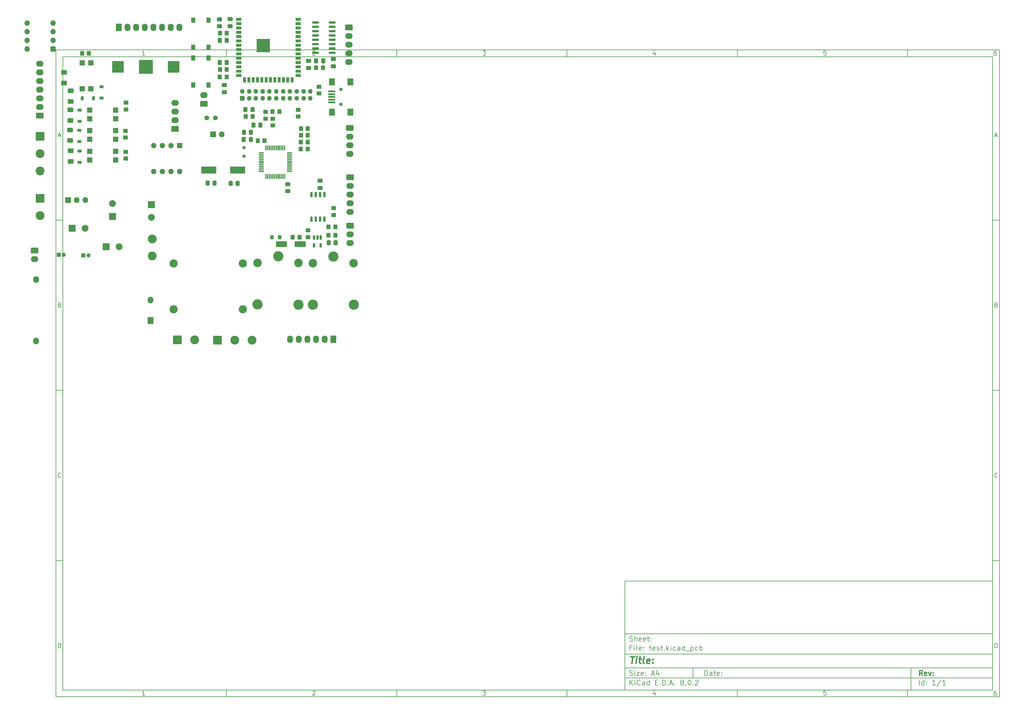
<source format=gbr>
%TF.GenerationSoftware,KiCad,Pcbnew,8.0.2-8.0.2-0~ubuntu22.04.1*%
%TF.CreationDate,2024-05-24T20:00:57+03:30*%
%TF.ProjectId,test,74657374-2e6b-4696-9361-645f70636258,rev?*%
%TF.SameCoordinates,Original*%
%TF.FileFunction,Soldermask,Top*%
%TF.FilePolarity,Negative*%
%FSLAX46Y46*%
G04 Gerber Fmt 4.6, Leading zero omitted, Abs format (unit mm)*
G04 Created by KiCad (PCBNEW 8.0.2-8.0.2-0~ubuntu22.04.1) date 2024-05-24 20:00:57*
%MOMM*%
%LPD*%
G01*
G04 APERTURE LIST*
G04 Aperture macros list*
%AMRoundRect*
0 Rectangle with rounded corners*
0 $1 Rounding radius*
0 $2 $3 $4 $5 $6 $7 $8 $9 X,Y pos of 4 corners*
0 Add a 4 corners polygon primitive as box body*
4,1,4,$2,$3,$4,$5,$6,$7,$8,$9,$2,$3,0*
0 Add four circle primitives for the rounded corners*
1,1,$1+$1,$2,$3*
1,1,$1+$1,$4,$5*
1,1,$1+$1,$6,$7*
1,1,$1+$1,$8,$9*
0 Add four rect primitives between the rounded corners*
20,1,$1+$1,$2,$3,$4,$5,0*
20,1,$1+$1,$4,$5,$6,$7,0*
20,1,$1+$1,$6,$7,$8,$9,0*
20,1,$1+$1,$8,$9,$2,$3,0*%
G04 Aperture macros list end*
%ADD10C,0.100000*%
%ADD11C,0.150000*%
%ADD12C,0.300000*%
%ADD13C,0.400000*%
%ADD14RoundRect,0.150000X0.150000X-0.650000X0.150000X0.650000X-0.150000X0.650000X-0.150000X-0.650000X0*%
%ADD15C,3.000000*%
%ADD16C,2.500000*%
%ADD17RoundRect,0.250000X0.337500X0.475000X-0.337500X0.475000X-0.337500X-0.475000X0.337500X-0.475000X0*%
%ADD18RoundRect,0.250000X0.350000X0.450000X-0.350000X0.450000X-0.350000X-0.450000X0.350000X-0.450000X0*%
%ADD19RoundRect,0.250000X-0.275000X-0.350000X0.275000X-0.350000X0.275000X0.350000X-0.275000X0.350000X0*%
%ADD20R,2.000000X2.000000*%
%ADD21C,2.000000*%
%ADD22RoundRect,0.250000X0.845000X-0.620000X0.845000X0.620000X-0.845000X0.620000X-0.845000X-0.620000X0*%
%ADD23O,2.190000X1.740000*%
%ADD24RoundRect,0.250000X0.450000X-0.350000X0.450000X0.350000X-0.450000X0.350000X-0.450000X-0.350000X0*%
%ADD25R,1.700000X2.000000*%
%ADD26O,1.700000X2.000000*%
%ADD27RoundRect,0.102000X-1.600000X-1.600000X1.600000X-1.600000X1.600000X1.600000X-1.600000X1.600000X0*%
%ADD28RoundRect,0.102000X-1.950000X-1.950000X1.950000X-1.950000X1.950000X1.950000X-1.950000X1.950000X0*%
%ADD29RoundRect,0.250000X0.620000X0.845000X-0.620000X0.845000X-0.620000X-0.845000X0.620000X-0.845000X0*%
%ADD30O,1.740000X2.190000*%
%ADD31RoundRect,0.250000X-0.845000X0.620000X-0.845000X-0.620000X0.845000X-0.620000X0.845000X0.620000X0*%
%ADD32R,1.300000X1.550000*%
%ADD33RoundRect,0.250000X-0.450000X0.350000X-0.450000X-0.350000X0.450000X-0.350000X0.450000X0.350000X0*%
%ADD34RoundRect,0.250000X-0.475000X0.337500X-0.475000X-0.337500X0.475000X-0.337500X0.475000X0.337500X0*%
%ADD35RoundRect,0.250000X-0.350000X-0.450000X0.350000X-0.450000X0.350000X0.450000X-0.350000X0.450000X0*%
%ADD36R,4.500000X2.000000*%
%ADD37R,1.600000X1.600000*%
%ADD38C,1.400000*%
%ADD39RoundRect,0.250000X0.475000X-0.337500X0.475000X0.337500X-0.475000X0.337500X-0.475000X-0.337500X0*%
%ADD40R,2.600000X2.600000*%
%ADD41C,2.600000*%
%ADD42RoundRect,0.225000X-0.375000X0.225000X-0.375000X-0.225000X0.375000X-0.225000X0.375000X0.225000X0*%
%ADD43C,2.400000*%
%ADD44O,2.400000X2.400000*%
%ADD45C,1.000000*%
%ADD46R,2.000000X0.500000*%
%ADD47RoundRect,0.150000X0.825000X0.150000X-0.825000X0.150000X-0.825000X-0.150000X0.825000X-0.150000X0*%
%ADD48RoundRect,0.250000X0.625000X-0.400000X0.625000X0.400000X-0.625000X0.400000X-0.625000X-0.400000X0*%
%ADD49RoundRect,0.250000X1.400000X0.600000X-1.400000X0.600000X-1.400000X-0.600000X1.400000X-0.600000X0*%
%ADD50RoundRect,0.225000X-0.225000X-0.375000X0.225000X-0.375000X0.225000X0.375000X-0.225000X0.375000X0*%
%ADD51RoundRect,0.250000X-0.337500X-0.475000X0.337500X-0.475000X0.337500X0.475000X-0.337500X0.475000X0*%
%ADD52R,1.200000X1.200000*%
%ADD53C,1.200000*%
%ADD54RoundRect,0.250000X-0.450000X0.325000X-0.450000X-0.325000X0.450000X-0.325000X0.450000X0.325000X0*%
%ADD55O,1.600000X1.600000*%
%ADD56RoundRect,0.250000X-0.625000X0.400000X-0.625000X-0.400000X0.625000X-0.400000X0.625000X0.400000X0*%
%ADD57R,1.700000X1.700000*%
%ADD58O,1.700000X1.700000*%
%ADD59R,1.500000X0.900000*%
%ADD60R,0.900000X1.500000*%
%ADD61C,0.600000*%
%ADD62R,3.900000X3.900000*%
%ADD63RoundRect,0.075000X-0.662500X-0.075000X0.662500X-0.075000X0.662500X0.075000X-0.662500X0.075000X0*%
%ADD64RoundRect,0.075000X-0.075000X-0.662500X0.075000X-0.662500X0.075000X0.662500X-0.075000X0.662500X0*%
%ADD65RoundRect,0.150000X-0.150000X0.512500X-0.150000X-0.512500X0.150000X-0.512500X0.150000X0.512500X0*%
%ADD66RoundRect,0.250000X-0.620000X-0.845000X0.620000X-0.845000X0.620000X0.845000X-0.620000X0.845000X0*%
%ADD67R,1.350000X1.350000*%
%ADD68O,1.350000X1.350000*%
G04 APERTURE END LIST*
D10*
D11*
X177002200Y-166007200D02*
X285002200Y-166007200D01*
X285002200Y-198007200D01*
X177002200Y-198007200D01*
X177002200Y-166007200D01*
D10*
D11*
X10000000Y-10000000D02*
X287002200Y-10000000D01*
X287002200Y-200007200D01*
X10000000Y-200007200D01*
X10000000Y-10000000D01*
D10*
D11*
X12000000Y-12000000D02*
X285002200Y-12000000D01*
X285002200Y-198007200D01*
X12000000Y-198007200D01*
X12000000Y-12000000D01*
D10*
D11*
X60000000Y-12000000D02*
X60000000Y-10000000D01*
D10*
D11*
X110000000Y-12000000D02*
X110000000Y-10000000D01*
D10*
D11*
X160000000Y-12000000D02*
X160000000Y-10000000D01*
D10*
D11*
X210000000Y-12000000D02*
X210000000Y-10000000D01*
D10*
D11*
X260000000Y-12000000D02*
X260000000Y-10000000D01*
D10*
D11*
X36089160Y-11593604D02*
X35346303Y-11593604D01*
X35717731Y-11593604D02*
X35717731Y-10293604D01*
X35717731Y-10293604D02*
X35593922Y-10479319D01*
X35593922Y-10479319D02*
X35470112Y-10603128D01*
X35470112Y-10603128D02*
X35346303Y-10665033D01*
D10*
D11*
X85346303Y-10417414D02*
X85408207Y-10355509D01*
X85408207Y-10355509D02*
X85532017Y-10293604D01*
X85532017Y-10293604D02*
X85841541Y-10293604D01*
X85841541Y-10293604D02*
X85965350Y-10355509D01*
X85965350Y-10355509D02*
X86027255Y-10417414D01*
X86027255Y-10417414D02*
X86089160Y-10541223D01*
X86089160Y-10541223D02*
X86089160Y-10665033D01*
X86089160Y-10665033D02*
X86027255Y-10850747D01*
X86027255Y-10850747D02*
X85284398Y-11593604D01*
X85284398Y-11593604D02*
X86089160Y-11593604D01*
D10*
D11*
X135284398Y-10293604D02*
X136089160Y-10293604D01*
X136089160Y-10293604D02*
X135655826Y-10788842D01*
X135655826Y-10788842D02*
X135841541Y-10788842D01*
X135841541Y-10788842D02*
X135965350Y-10850747D01*
X135965350Y-10850747D02*
X136027255Y-10912652D01*
X136027255Y-10912652D02*
X136089160Y-11036461D01*
X136089160Y-11036461D02*
X136089160Y-11345985D01*
X136089160Y-11345985D02*
X136027255Y-11469795D01*
X136027255Y-11469795D02*
X135965350Y-11531700D01*
X135965350Y-11531700D02*
X135841541Y-11593604D01*
X135841541Y-11593604D02*
X135470112Y-11593604D01*
X135470112Y-11593604D02*
X135346303Y-11531700D01*
X135346303Y-11531700D02*
X135284398Y-11469795D01*
D10*
D11*
X185965350Y-10726938D02*
X185965350Y-11593604D01*
X185655826Y-10231700D02*
X185346303Y-11160271D01*
X185346303Y-11160271D02*
X186151064Y-11160271D01*
D10*
D11*
X236027255Y-10293604D02*
X235408207Y-10293604D01*
X235408207Y-10293604D02*
X235346303Y-10912652D01*
X235346303Y-10912652D02*
X235408207Y-10850747D01*
X235408207Y-10850747D02*
X235532017Y-10788842D01*
X235532017Y-10788842D02*
X235841541Y-10788842D01*
X235841541Y-10788842D02*
X235965350Y-10850747D01*
X235965350Y-10850747D02*
X236027255Y-10912652D01*
X236027255Y-10912652D02*
X236089160Y-11036461D01*
X236089160Y-11036461D02*
X236089160Y-11345985D01*
X236089160Y-11345985D02*
X236027255Y-11469795D01*
X236027255Y-11469795D02*
X235965350Y-11531700D01*
X235965350Y-11531700D02*
X235841541Y-11593604D01*
X235841541Y-11593604D02*
X235532017Y-11593604D01*
X235532017Y-11593604D02*
X235408207Y-11531700D01*
X235408207Y-11531700D02*
X235346303Y-11469795D01*
D10*
D11*
X285965350Y-10293604D02*
X285717731Y-10293604D01*
X285717731Y-10293604D02*
X285593922Y-10355509D01*
X285593922Y-10355509D02*
X285532017Y-10417414D01*
X285532017Y-10417414D02*
X285408207Y-10603128D01*
X285408207Y-10603128D02*
X285346303Y-10850747D01*
X285346303Y-10850747D02*
X285346303Y-11345985D01*
X285346303Y-11345985D02*
X285408207Y-11469795D01*
X285408207Y-11469795D02*
X285470112Y-11531700D01*
X285470112Y-11531700D02*
X285593922Y-11593604D01*
X285593922Y-11593604D02*
X285841541Y-11593604D01*
X285841541Y-11593604D02*
X285965350Y-11531700D01*
X285965350Y-11531700D02*
X286027255Y-11469795D01*
X286027255Y-11469795D02*
X286089160Y-11345985D01*
X286089160Y-11345985D02*
X286089160Y-11036461D01*
X286089160Y-11036461D02*
X286027255Y-10912652D01*
X286027255Y-10912652D02*
X285965350Y-10850747D01*
X285965350Y-10850747D02*
X285841541Y-10788842D01*
X285841541Y-10788842D02*
X285593922Y-10788842D01*
X285593922Y-10788842D02*
X285470112Y-10850747D01*
X285470112Y-10850747D02*
X285408207Y-10912652D01*
X285408207Y-10912652D02*
X285346303Y-11036461D01*
D10*
D11*
X60000000Y-198007200D02*
X60000000Y-200007200D01*
D10*
D11*
X110000000Y-198007200D02*
X110000000Y-200007200D01*
D10*
D11*
X160000000Y-198007200D02*
X160000000Y-200007200D01*
D10*
D11*
X210000000Y-198007200D02*
X210000000Y-200007200D01*
D10*
D11*
X260000000Y-198007200D02*
X260000000Y-200007200D01*
D10*
D11*
X36089160Y-199600804D02*
X35346303Y-199600804D01*
X35717731Y-199600804D02*
X35717731Y-198300804D01*
X35717731Y-198300804D02*
X35593922Y-198486519D01*
X35593922Y-198486519D02*
X35470112Y-198610328D01*
X35470112Y-198610328D02*
X35346303Y-198672233D01*
D10*
D11*
X85346303Y-198424614D02*
X85408207Y-198362709D01*
X85408207Y-198362709D02*
X85532017Y-198300804D01*
X85532017Y-198300804D02*
X85841541Y-198300804D01*
X85841541Y-198300804D02*
X85965350Y-198362709D01*
X85965350Y-198362709D02*
X86027255Y-198424614D01*
X86027255Y-198424614D02*
X86089160Y-198548423D01*
X86089160Y-198548423D02*
X86089160Y-198672233D01*
X86089160Y-198672233D02*
X86027255Y-198857947D01*
X86027255Y-198857947D02*
X85284398Y-199600804D01*
X85284398Y-199600804D02*
X86089160Y-199600804D01*
D10*
D11*
X135284398Y-198300804D02*
X136089160Y-198300804D01*
X136089160Y-198300804D02*
X135655826Y-198796042D01*
X135655826Y-198796042D02*
X135841541Y-198796042D01*
X135841541Y-198796042D02*
X135965350Y-198857947D01*
X135965350Y-198857947D02*
X136027255Y-198919852D01*
X136027255Y-198919852D02*
X136089160Y-199043661D01*
X136089160Y-199043661D02*
X136089160Y-199353185D01*
X136089160Y-199353185D02*
X136027255Y-199476995D01*
X136027255Y-199476995D02*
X135965350Y-199538900D01*
X135965350Y-199538900D02*
X135841541Y-199600804D01*
X135841541Y-199600804D02*
X135470112Y-199600804D01*
X135470112Y-199600804D02*
X135346303Y-199538900D01*
X135346303Y-199538900D02*
X135284398Y-199476995D01*
D10*
D11*
X185965350Y-198734138D02*
X185965350Y-199600804D01*
X185655826Y-198238900D02*
X185346303Y-199167471D01*
X185346303Y-199167471D02*
X186151064Y-199167471D01*
D10*
D11*
X236027255Y-198300804D02*
X235408207Y-198300804D01*
X235408207Y-198300804D02*
X235346303Y-198919852D01*
X235346303Y-198919852D02*
X235408207Y-198857947D01*
X235408207Y-198857947D02*
X235532017Y-198796042D01*
X235532017Y-198796042D02*
X235841541Y-198796042D01*
X235841541Y-198796042D02*
X235965350Y-198857947D01*
X235965350Y-198857947D02*
X236027255Y-198919852D01*
X236027255Y-198919852D02*
X236089160Y-199043661D01*
X236089160Y-199043661D02*
X236089160Y-199353185D01*
X236089160Y-199353185D02*
X236027255Y-199476995D01*
X236027255Y-199476995D02*
X235965350Y-199538900D01*
X235965350Y-199538900D02*
X235841541Y-199600804D01*
X235841541Y-199600804D02*
X235532017Y-199600804D01*
X235532017Y-199600804D02*
X235408207Y-199538900D01*
X235408207Y-199538900D02*
X235346303Y-199476995D01*
D10*
D11*
X285965350Y-198300804D02*
X285717731Y-198300804D01*
X285717731Y-198300804D02*
X285593922Y-198362709D01*
X285593922Y-198362709D02*
X285532017Y-198424614D01*
X285532017Y-198424614D02*
X285408207Y-198610328D01*
X285408207Y-198610328D02*
X285346303Y-198857947D01*
X285346303Y-198857947D02*
X285346303Y-199353185D01*
X285346303Y-199353185D02*
X285408207Y-199476995D01*
X285408207Y-199476995D02*
X285470112Y-199538900D01*
X285470112Y-199538900D02*
X285593922Y-199600804D01*
X285593922Y-199600804D02*
X285841541Y-199600804D01*
X285841541Y-199600804D02*
X285965350Y-199538900D01*
X285965350Y-199538900D02*
X286027255Y-199476995D01*
X286027255Y-199476995D02*
X286089160Y-199353185D01*
X286089160Y-199353185D02*
X286089160Y-199043661D01*
X286089160Y-199043661D02*
X286027255Y-198919852D01*
X286027255Y-198919852D02*
X285965350Y-198857947D01*
X285965350Y-198857947D02*
X285841541Y-198796042D01*
X285841541Y-198796042D02*
X285593922Y-198796042D01*
X285593922Y-198796042D02*
X285470112Y-198857947D01*
X285470112Y-198857947D02*
X285408207Y-198919852D01*
X285408207Y-198919852D02*
X285346303Y-199043661D01*
D10*
D11*
X10000000Y-60000000D02*
X12000000Y-60000000D01*
D10*
D11*
X10000000Y-110000000D02*
X12000000Y-110000000D01*
D10*
D11*
X10000000Y-160000000D02*
X12000000Y-160000000D01*
D10*
D11*
X10690476Y-35222176D02*
X11309523Y-35222176D01*
X10566666Y-35593604D02*
X10999999Y-34293604D01*
X10999999Y-34293604D02*
X11433333Y-35593604D01*
D10*
D11*
X11092857Y-84912652D02*
X11278571Y-84974557D01*
X11278571Y-84974557D02*
X11340476Y-85036461D01*
X11340476Y-85036461D02*
X11402380Y-85160271D01*
X11402380Y-85160271D02*
X11402380Y-85345985D01*
X11402380Y-85345985D02*
X11340476Y-85469795D01*
X11340476Y-85469795D02*
X11278571Y-85531700D01*
X11278571Y-85531700D02*
X11154761Y-85593604D01*
X11154761Y-85593604D02*
X10659523Y-85593604D01*
X10659523Y-85593604D02*
X10659523Y-84293604D01*
X10659523Y-84293604D02*
X11092857Y-84293604D01*
X11092857Y-84293604D02*
X11216666Y-84355509D01*
X11216666Y-84355509D02*
X11278571Y-84417414D01*
X11278571Y-84417414D02*
X11340476Y-84541223D01*
X11340476Y-84541223D02*
X11340476Y-84665033D01*
X11340476Y-84665033D02*
X11278571Y-84788842D01*
X11278571Y-84788842D02*
X11216666Y-84850747D01*
X11216666Y-84850747D02*
X11092857Y-84912652D01*
X11092857Y-84912652D02*
X10659523Y-84912652D01*
D10*
D11*
X11402380Y-135469795D02*
X11340476Y-135531700D01*
X11340476Y-135531700D02*
X11154761Y-135593604D01*
X11154761Y-135593604D02*
X11030952Y-135593604D01*
X11030952Y-135593604D02*
X10845238Y-135531700D01*
X10845238Y-135531700D02*
X10721428Y-135407890D01*
X10721428Y-135407890D02*
X10659523Y-135284080D01*
X10659523Y-135284080D02*
X10597619Y-135036461D01*
X10597619Y-135036461D02*
X10597619Y-134850747D01*
X10597619Y-134850747D02*
X10659523Y-134603128D01*
X10659523Y-134603128D02*
X10721428Y-134479319D01*
X10721428Y-134479319D02*
X10845238Y-134355509D01*
X10845238Y-134355509D02*
X11030952Y-134293604D01*
X11030952Y-134293604D02*
X11154761Y-134293604D01*
X11154761Y-134293604D02*
X11340476Y-134355509D01*
X11340476Y-134355509D02*
X11402380Y-134417414D01*
D10*
D11*
X10659523Y-185593604D02*
X10659523Y-184293604D01*
X10659523Y-184293604D02*
X10969047Y-184293604D01*
X10969047Y-184293604D02*
X11154761Y-184355509D01*
X11154761Y-184355509D02*
X11278571Y-184479319D01*
X11278571Y-184479319D02*
X11340476Y-184603128D01*
X11340476Y-184603128D02*
X11402380Y-184850747D01*
X11402380Y-184850747D02*
X11402380Y-185036461D01*
X11402380Y-185036461D02*
X11340476Y-185284080D01*
X11340476Y-185284080D02*
X11278571Y-185407890D01*
X11278571Y-185407890D02*
X11154761Y-185531700D01*
X11154761Y-185531700D02*
X10969047Y-185593604D01*
X10969047Y-185593604D02*
X10659523Y-185593604D01*
D10*
D11*
X287002200Y-60000000D02*
X285002200Y-60000000D01*
D10*
D11*
X287002200Y-110000000D02*
X285002200Y-110000000D01*
D10*
D11*
X287002200Y-160000000D02*
X285002200Y-160000000D01*
D10*
D11*
X285692676Y-35222176D02*
X286311723Y-35222176D01*
X285568866Y-35593604D02*
X286002199Y-34293604D01*
X286002199Y-34293604D02*
X286435533Y-35593604D01*
D10*
D11*
X286095057Y-84912652D02*
X286280771Y-84974557D01*
X286280771Y-84974557D02*
X286342676Y-85036461D01*
X286342676Y-85036461D02*
X286404580Y-85160271D01*
X286404580Y-85160271D02*
X286404580Y-85345985D01*
X286404580Y-85345985D02*
X286342676Y-85469795D01*
X286342676Y-85469795D02*
X286280771Y-85531700D01*
X286280771Y-85531700D02*
X286156961Y-85593604D01*
X286156961Y-85593604D02*
X285661723Y-85593604D01*
X285661723Y-85593604D02*
X285661723Y-84293604D01*
X285661723Y-84293604D02*
X286095057Y-84293604D01*
X286095057Y-84293604D02*
X286218866Y-84355509D01*
X286218866Y-84355509D02*
X286280771Y-84417414D01*
X286280771Y-84417414D02*
X286342676Y-84541223D01*
X286342676Y-84541223D02*
X286342676Y-84665033D01*
X286342676Y-84665033D02*
X286280771Y-84788842D01*
X286280771Y-84788842D02*
X286218866Y-84850747D01*
X286218866Y-84850747D02*
X286095057Y-84912652D01*
X286095057Y-84912652D02*
X285661723Y-84912652D01*
D10*
D11*
X286404580Y-135469795D02*
X286342676Y-135531700D01*
X286342676Y-135531700D02*
X286156961Y-135593604D01*
X286156961Y-135593604D02*
X286033152Y-135593604D01*
X286033152Y-135593604D02*
X285847438Y-135531700D01*
X285847438Y-135531700D02*
X285723628Y-135407890D01*
X285723628Y-135407890D02*
X285661723Y-135284080D01*
X285661723Y-135284080D02*
X285599819Y-135036461D01*
X285599819Y-135036461D02*
X285599819Y-134850747D01*
X285599819Y-134850747D02*
X285661723Y-134603128D01*
X285661723Y-134603128D02*
X285723628Y-134479319D01*
X285723628Y-134479319D02*
X285847438Y-134355509D01*
X285847438Y-134355509D02*
X286033152Y-134293604D01*
X286033152Y-134293604D02*
X286156961Y-134293604D01*
X286156961Y-134293604D02*
X286342676Y-134355509D01*
X286342676Y-134355509D02*
X286404580Y-134417414D01*
D10*
D11*
X285661723Y-185593604D02*
X285661723Y-184293604D01*
X285661723Y-184293604D02*
X285971247Y-184293604D01*
X285971247Y-184293604D02*
X286156961Y-184355509D01*
X286156961Y-184355509D02*
X286280771Y-184479319D01*
X286280771Y-184479319D02*
X286342676Y-184603128D01*
X286342676Y-184603128D02*
X286404580Y-184850747D01*
X286404580Y-184850747D02*
X286404580Y-185036461D01*
X286404580Y-185036461D02*
X286342676Y-185284080D01*
X286342676Y-185284080D02*
X286280771Y-185407890D01*
X286280771Y-185407890D02*
X286156961Y-185531700D01*
X286156961Y-185531700D02*
X285971247Y-185593604D01*
X285971247Y-185593604D02*
X285661723Y-185593604D01*
D10*
D11*
X200458026Y-193793328D02*
X200458026Y-192293328D01*
X200458026Y-192293328D02*
X200815169Y-192293328D01*
X200815169Y-192293328D02*
X201029455Y-192364757D01*
X201029455Y-192364757D02*
X201172312Y-192507614D01*
X201172312Y-192507614D02*
X201243741Y-192650471D01*
X201243741Y-192650471D02*
X201315169Y-192936185D01*
X201315169Y-192936185D02*
X201315169Y-193150471D01*
X201315169Y-193150471D02*
X201243741Y-193436185D01*
X201243741Y-193436185D02*
X201172312Y-193579042D01*
X201172312Y-193579042D02*
X201029455Y-193721900D01*
X201029455Y-193721900D02*
X200815169Y-193793328D01*
X200815169Y-193793328D02*
X200458026Y-193793328D01*
X202600884Y-193793328D02*
X202600884Y-193007614D01*
X202600884Y-193007614D02*
X202529455Y-192864757D01*
X202529455Y-192864757D02*
X202386598Y-192793328D01*
X202386598Y-192793328D02*
X202100884Y-192793328D01*
X202100884Y-192793328D02*
X201958026Y-192864757D01*
X202600884Y-193721900D02*
X202458026Y-193793328D01*
X202458026Y-193793328D02*
X202100884Y-193793328D01*
X202100884Y-193793328D02*
X201958026Y-193721900D01*
X201958026Y-193721900D02*
X201886598Y-193579042D01*
X201886598Y-193579042D02*
X201886598Y-193436185D01*
X201886598Y-193436185D02*
X201958026Y-193293328D01*
X201958026Y-193293328D02*
X202100884Y-193221900D01*
X202100884Y-193221900D02*
X202458026Y-193221900D01*
X202458026Y-193221900D02*
X202600884Y-193150471D01*
X203100884Y-192793328D02*
X203672312Y-192793328D01*
X203315169Y-192293328D02*
X203315169Y-193579042D01*
X203315169Y-193579042D02*
X203386598Y-193721900D01*
X203386598Y-193721900D02*
X203529455Y-193793328D01*
X203529455Y-193793328D02*
X203672312Y-193793328D01*
X204743741Y-193721900D02*
X204600884Y-193793328D01*
X204600884Y-193793328D02*
X204315170Y-193793328D01*
X204315170Y-193793328D02*
X204172312Y-193721900D01*
X204172312Y-193721900D02*
X204100884Y-193579042D01*
X204100884Y-193579042D02*
X204100884Y-193007614D01*
X204100884Y-193007614D02*
X204172312Y-192864757D01*
X204172312Y-192864757D02*
X204315170Y-192793328D01*
X204315170Y-192793328D02*
X204600884Y-192793328D01*
X204600884Y-192793328D02*
X204743741Y-192864757D01*
X204743741Y-192864757D02*
X204815170Y-193007614D01*
X204815170Y-193007614D02*
X204815170Y-193150471D01*
X204815170Y-193150471D02*
X204100884Y-193293328D01*
X205458026Y-193650471D02*
X205529455Y-193721900D01*
X205529455Y-193721900D02*
X205458026Y-193793328D01*
X205458026Y-193793328D02*
X205386598Y-193721900D01*
X205386598Y-193721900D02*
X205458026Y-193650471D01*
X205458026Y-193650471D02*
X205458026Y-193793328D01*
X205458026Y-192864757D02*
X205529455Y-192936185D01*
X205529455Y-192936185D02*
X205458026Y-193007614D01*
X205458026Y-193007614D02*
X205386598Y-192936185D01*
X205386598Y-192936185D02*
X205458026Y-192864757D01*
X205458026Y-192864757D02*
X205458026Y-193007614D01*
D10*
D11*
X177002200Y-194507200D02*
X285002200Y-194507200D01*
D10*
D11*
X178458026Y-196593328D02*
X178458026Y-195093328D01*
X179315169Y-196593328D02*
X178672312Y-195736185D01*
X179315169Y-195093328D02*
X178458026Y-195950471D01*
X179958026Y-196593328D02*
X179958026Y-195593328D01*
X179958026Y-195093328D02*
X179886598Y-195164757D01*
X179886598Y-195164757D02*
X179958026Y-195236185D01*
X179958026Y-195236185D02*
X180029455Y-195164757D01*
X180029455Y-195164757D02*
X179958026Y-195093328D01*
X179958026Y-195093328D02*
X179958026Y-195236185D01*
X181529455Y-196450471D02*
X181458027Y-196521900D01*
X181458027Y-196521900D02*
X181243741Y-196593328D01*
X181243741Y-196593328D02*
X181100884Y-196593328D01*
X181100884Y-196593328D02*
X180886598Y-196521900D01*
X180886598Y-196521900D02*
X180743741Y-196379042D01*
X180743741Y-196379042D02*
X180672312Y-196236185D01*
X180672312Y-196236185D02*
X180600884Y-195950471D01*
X180600884Y-195950471D02*
X180600884Y-195736185D01*
X180600884Y-195736185D02*
X180672312Y-195450471D01*
X180672312Y-195450471D02*
X180743741Y-195307614D01*
X180743741Y-195307614D02*
X180886598Y-195164757D01*
X180886598Y-195164757D02*
X181100884Y-195093328D01*
X181100884Y-195093328D02*
X181243741Y-195093328D01*
X181243741Y-195093328D02*
X181458027Y-195164757D01*
X181458027Y-195164757D02*
X181529455Y-195236185D01*
X182815170Y-196593328D02*
X182815170Y-195807614D01*
X182815170Y-195807614D02*
X182743741Y-195664757D01*
X182743741Y-195664757D02*
X182600884Y-195593328D01*
X182600884Y-195593328D02*
X182315170Y-195593328D01*
X182315170Y-195593328D02*
X182172312Y-195664757D01*
X182815170Y-196521900D02*
X182672312Y-196593328D01*
X182672312Y-196593328D02*
X182315170Y-196593328D01*
X182315170Y-196593328D02*
X182172312Y-196521900D01*
X182172312Y-196521900D02*
X182100884Y-196379042D01*
X182100884Y-196379042D02*
X182100884Y-196236185D01*
X182100884Y-196236185D02*
X182172312Y-196093328D01*
X182172312Y-196093328D02*
X182315170Y-196021900D01*
X182315170Y-196021900D02*
X182672312Y-196021900D01*
X182672312Y-196021900D02*
X182815170Y-195950471D01*
X184172313Y-196593328D02*
X184172313Y-195093328D01*
X184172313Y-196521900D02*
X184029455Y-196593328D01*
X184029455Y-196593328D02*
X183743741Y-196593328D01*
X183743741Y-196593328D02*
X183600884Y-196521900D01*
X183600884Y-196521900D02*
X183529455Y-196450471D01*
X183529455Y-196450471D02*
X183458027Y-196307614D01*
X183458027Y-196307614D02*
X183458027Y-195879042D01*
X183458027Y-195879042D02*
X183529455Y-195736185D01*
X183529455Y-195736185D02*
X183600884Y-195664757D01*
X183600884Y-195664757D02*
X183743741Y-195593328D01*
X183743741Y-195593328D02*
X184029455Y-195593328D01*
X184029455Y-195593328D02*
X184172313Y-195664757D01*
X186029455Y-195807614D02*
X186529455Y-195807614D01*
X186743741Y-196593328D02*
X186029455Y-196593328D01*
X186029455Y-196593328D02*
X186029455Y-195093328D01*
X186029455Y-195093328D02*
X186743741Y-195093328D01*
X187386598Y-196450471D02*
X187458027Y-196521900D01*
X187458027Y-196521900D02*
X187386598Y-196593328D01*
X187386598Y-196593328D02*
X187315170Y-196521900D01*
X187315170Y-196521900D02*
X187386598Y-196450471D01*
X187386598Y-196450471D02*
X187386598Y-196593328D01*
X188100884Y-196593328D02*
X188100884Y-195093328D01*
X188100884Y-195093328D02*
X188458027Y-195093328D01*
X188458027Y-195093328D02*
X188672313Y-195164757D01*
X188672313Y-195164757D02*
X188815170Y-195307614D01*
X188815170Y-195307614D02*
X188886599Y-195450471D01*
X188886599Y-195450471D02*
X188958027Y-195736185D01*
X188958027Y-195736185D02*
X188958027Y-195950471D01*
X188958027Y-195950471D02*
X188886599Y-196236185D01*
X188886599Y-196236185D02*
X188815170Y-196379042D01*
X188815170Y-196379042D02*
X188672313Y-196521900D01*
X188672313Y-196521900D02*
X188458027Y-196593328D01*
X188458027Y-196593328D02*
X188100884Y-196593328D01*
X189600884Y-196450471D02*
X189672313Y-196521900D01*
X189672313Y-196521900D02*
X189600884Y-196593328D01*
X189600884Y-196593328D02*
X189529456Y-196521900D01*
X189529456Y-196521900D02*
X189600884Y-196450471D01*
X189600884Y-196450471D02*
X189600884Y-196593328D01*
X190243742Y-196164757D02*
X190958028Y-196164757D01*
X190100885Y-196593328D02*
X190600885Y-195093328D01*
X190600885Y-195093328D02*
X191100885Y-196593328D01*
X191600884Y-196450471D02*
X191672313Y-196521900D01*
X191672313Y-196521900D02*
X191600884Y-196593328D01*
X191600884Y-196593328D02*
X191529456Y-196521900D01*
X191529456Y-196521900D02*
X191600884Y-196450471D01*
X191600884Y-196450471D02*
X191600884Y-196593328D01*
X193672313Y-195736185D02*
X193529456Y-195664757D01*
X193529456Y-195664757D02*
X193458027Y-195593328D01*
X193458027Y-195593328D02*
X193386599Y-195450471D01*
X193386599Y-195450471D02*
X193386599Y-195379042D01*
X193386599Y-195379042D02*
X193458027Y-195236185D01*
X193458027Y-195236185D02*
X193529456Y-195164757D01*
X193529456Y-195164757D02*
X193672313Y-195093328D01*
X193672313Y-195093328D02*
X193958027Y-195093328D01*
X193958027Y-195093328D02*
X194100885Y-195164757D01*
X194100885Y-195164757D02*
X194172313Y-195236185D01*
X194172313Y-195236185D02*
X194243742Y-195379042D01*
X194243742Y-195379042D02*
X194243742Y-195450471D01*
X194243742Y-195450471D02*
X194172313Y-195593328D01*
X194172313Y-195593328D02*
X194100885Y-195664757D01*
X194100885Y-195664757D02*
X193958027Y-195736185D01*
X193958027Y-195736185D02*
X193672313Y-195736185D01*
X193672313Y-195736185D02*
X193529456Y-195807614D01*
X193529456Y-195807614D02*
X193458027Y-195879042D01*
X193458027Y-195879042D02*
X193386599Y-196021900D01*
X193386599Y-196021900D02*
X193386599Y-196307614D01*
X193386599Y-196307614D02*
X193458027Y-196450471D01*
X193458027Y-196450471D02*
X193529456Y-196521900D01*
X193529456Y-196521900D02*
X193672313Y-196593328D01*
X193672313Y-196593328D02*
X193958027Y-196593328D01*
X193958027Y-196593328D02*
X194100885Y-196521900D01*
X194100885Y-196521900D02*
X194172313Y-196450471D01*
X194172313Y-196450471D02*
X194243742Y-196307614D01*
X194243742Y-196307614D02*
X194243742Y-196021900D01*
X194243742Y-196021900D02*
X194172313Y-195879042D01*
X194172313Y-195879042D02*
X194100885Y-195807614D01*
X194100885Y-195807614D02*
X193958027Y-195736185D01*
X194886598Y-196450471D02*
X194958027Y-196521900D01*
X194958027Y-196521900D02*
X194886598Y-196593328D01*
X194886598Y-196593328D02*
X194815170Y-196521900D01*
X194815170Y-196521900D02*
X194886598Y-196450471D01*
X194886598Y-196450471D02*
X194886598Y-196593328D01*
X195886599Y-195093328D02*
X196029456Y-195093328D01*
X196029456Y-195093328D02*
X196172313Y-195164757D01*
X196172313Y-195164757D02*
X196243742Y-195236185D01*
X196243742Y-195236185D02*
X196315170Y-195379042D01*
X196315170Y-195379042D02*
X196386599Y-195664757D01*
X196386599Y-195664757D02*
X196386599Y-196021900D01*
X196386599Y-196021900D02*
X196315170Y-196307614D01*
X196315170Y-196307614D02*
X196243742Y-196450471D01*
X196243742Y-196450471D02*
X196172313Y-196521900D01*
X196172313Y-196521900D02*
X196029456Y-196593328D01*
X196029456Y-196593328D02*
X195886599Y-196593328D01*
X195886599Y-196593328D02*
X195743742Y-196521900D01*
X195743742Y-196521900D02*
X195672313Y-196450471D01*
X195672313Y-196450471D02*
X195600884Y-196307614D01*
X195600884Y-196307614D02*
X195529456Y-196021900D01*
X195529456Y-196021900D02*
X195529456Y-195664757D01*
X195529456Y-195664757D02*
X195600884Y-195379042D01*
X195600884Y-195379042D02*
X195672313Y-195236185D01*
X195672313Y-195236185D02*
X195743742Y-195164757D01*
X195743742Y-195164757D02*
X195886599Y-195093328D01*
X197029455Y-196450471D02*
X197100884Y-196521900D01*
X197100884Y-196521900D02*
X197029455Y-196593328D01*
X197029455Y-196593328D02*
X196958027Y-196521900D01*
X196958027Y-196521900D02*
X197029455Y-196450471D01*
X197029455Y-196450471D02*
X197029455Y-196593328D01*
X197672313Y-195236185D02*
X197743741Y-195164757D01*
X197743741Y-195164757D02*
X197886599Y-195093328D01*
X197886599Y-195093328D02*
X198243741Y-195093328D01*
X198243741Y-195093328D02*
X198386599Y-195164757D01*
X198386599Y-195164757D02*
X198458027Y-195236185D01*
X198458027Y-195236185D02*
X198529456Y-195379042D01*
X198529456Y-195379042D02*
X198529456Y-195521900D01*
X198529456Y-195521900D02*
X198458027Y-195736185D01*
X198458027Y-195736185D02*
X197600884Y-196593328D01*
X197600884Y-196593328D02*
X198529456Y-196593328D01*
D10*
D11*
X177002200Y-191507200D02*
X285002200Y-191507200D01*
D10*
D12*
X264413853Y-193785528D02*
X263913853Y-193071242D01*
X263556710Y-193785528D02*
X263556710Y-192285528D01*
X263556710Y-192285528D02*
X264128139Y-192285528D01*
X264128139Y-192285528D02*
X264270996Y-192356957D01*
X264270996Y-192356957D02*
X264342425Y-192428385D01*
X264342425Y-192428385D02*
X264413853Y-192571242D01*
X264413853Y-192571242D02*
X264413853Y-192785528D01*
X264413853Y-192785528D02*
X264342425Y-192928385D01*
X264342425Y-192928385D02*
X264270996Y-192999814D01*
X264270996Y-192999814D02*
X264128139Y-193071242D01*
X264128139Y-193071242D02*
X263556710Y-193071242D01*
X265628139Y-193714100D02*
X265485282Y-193785528D01*
X265485282Y-193785528D02*
X265199568Y-193785528D01*
X265199568Y-193785528D02*
X265056710Y-193714100D01*
X265056710Y-193714100D02*
X264985282Y-193571242D01*
X264985282Y-193571242D02*
X264985282Y-192999814D01*
X264985282Y-192999814D02*
X265056710Y-192856957D01*
X265056710Y-192856957D02*
X265199568Y-192785528D01*
X265199568Y-192785528D02*
X265485282Y-192785528D01*
X265485282Y-192785528D02*
X265628139Y-192856957D01*
X265628139Y-192856957D02*
X265699568Y-192999814D01*
X265699568Y-192999814D02*
X265699568Y-193142671D01*
X265699568Y-193142671D02*
X264985282Y-193285528D01*
X266199567Y-192785528D02*
X266556710Y-193785528D01*
X266556710Y-193785528D02*
X266913853Y-192785528D01*
X267485281Y-193642671D02*
X267556710Y-193714100D01*
X267556710Y-193714100D02*
X267485281Y-193785528D01*
X267485281Y-193785528D02*
X267413853Y-193714100D01*
X267413853Y-193714100D02*
X267485281Y-193642671D01*
X267485281Y-193642671D02*
X267485281Y-193785528D01*
X267485281Y-192856957D02*
X267556710Y-192928385D01*
X267556710Y-192928385D02*
X267485281Y-192999814D01*
X267485281Y-192999814D02*
X267413853Y-192928385D01*
X267413853Y-192928385D02*
X267485281Y-192856957D01*
X267485281Y-192856957D02*
X267485281Y-192999814D01*
D10*
D11*
X178386598Y-193721900D02*
X178600884Y-193793328D01*
X178600884Y-193793328D02*
X178958026Y-193793328D01*
X178958026Y-193793328D02*
X179100884Y-193721900D01*
X179100884Y-193721900D02*
X179172312Y-193650471D01*
X179172312Y-193650471D02*
X179243741Y-193507614D01*
X179243741Y-193507614D02*
X179243741Y-193364757D01*
X179243741Y-193364757D02*
X179172312Y-193221900D01*
X179172312Y-193221900D02*
X179100884Y-193150471D01*
X179100884Y-193150471D02*
X178958026Y-193079042D01*
X178958026Y-193079042D02*
X178672312Y-193007614D01*
X178672312Y-193007614D02*
X178529455Y-192936185D01*
X178529455Y-192936185D02*
X178458026Y-192864757D01*
X178458026Y-192864757D02*
X178386598Y-192721900D01*
X178386598Y-192721900D02*
X178386598Y-192579042D01*
X178386598Y-192579042D02*
X178458026Y-192436185D01*
X178458026Y-192436185D02*
X178529455Y-192364757D01*
X178529455Y-192364757D02*
X178672312Y-192293328D01*
X178672312Y-192293328D02*
X179029455Y-192293328D01*
X179029455Y-192293328D02*
X179243741Y-192364757D01*
X179886597Y-193793328D02*
X179886597Y-192793328D01*
X179886597Y-192293328D02*
X179815169Y-192364757D01*
X179815169Y-192364757D02*
X179886597Y-192436185D01*
X179886597Y-192436185D02*
X179958026Y-192364757D01*
X179958026Y-192364757D02*
X179886597Y-192293328D01*
X179886597Y-192293328D02*
X179886597Y-192436185D01*
X180458026Y-192793328D02*
X181243741Y-192793328D01*
X181243741Y-192793328D02*
X180458026Y-193793328D01*
X180458026Y-193793328D02*
X181243741Y-193793328D01*
X182386598Y-193721900D02*
X182243741Y-193793328D01*
X182243741Y-193793328D02*
X181958027Y-193793328D01*
X181958027Y-193793328D02*
X181815169Y-193721900D01*
X181815169Y-193721900D02*
X181743741Y-193579042D01*
X181743741Y-193579042D02*
X181743741Y-193007614D01*
X181743741Y-193007614D02*
X181815169Y-192864757D01*
X181815169Y-192864757D02*
X181958027Y-192793328D01*
X181958027Y-192793328D02*
X182243741Y-192793328D01*
X182243741Y-192793328D02*
X182386598Y-192864757D01*
X182386598Y-192864757D02*
X182458027Y-193007614D01*
X182458027Y-193007614D02*
X182458027Y-193150471D01*
X182458027Y-193150471D02*
X181743741Y-193293328D01*
X183100883Y-193650471D02*
X183172312Y-193721900D01*
X183172312Y-193721900D02*
X183100883Y-193793328D01*
X183100883Y-193793328D02*
X183029455Y-193721900D01*
X183029455Y-193721900D02*
X183100883Y-193650471D01*
X183100883Y-193650471D02*
X183100883Y-193793328D01*
X183100883Y-192864757D02*
X183172312Y-192936185D01*
X183172312Y-192936185D02*
X183100883Y-193007614D01*
X183100883Y-193007614D02*
X183029455Y-192936185D01*
X183029455Y-192936185D02*
X183100883Y-192864757D01*
X183100883Y-192864757D02*
X183100883Y-193007614D01*
X184886598Y-193364757D02*
X185600884Y-193364757D01*
X184743741Y-193793328D02*
X185243741Y-192293328D01*
X185243741Y-192293328D02*
X185743741Y-193793328D01*
X186886598Y-192793328D02*
X186886598Y-193793328D01*
X186529455Y-192221900D02*
X186172312Y-193293328D01*
X186172312Y-193293328D02*
X187100883Y-193293328D01*
D10*
D11*
X263458026Y-196593328D02*
X263458026Y-195093328D01*
X264815170Y-196593328D02*
X264815170Y-195093328D01*
X264815170Y-196521900D02*
X264672312Y-196593328D01*
X264672312Y-196593328D02*
X264386598Y-196593328D01*
X264386598Y-196593328D02*
X264243741Y-196521900D01*
X264243741Y-196521900D02*
X264172312Y-196450471D01*
X264172312Y-196450471D02*
X264100884Y-196307614D01*
X264100884Y-196307614D02*
X264100884Y-195879042D01*
X264100884Y-195879042D02*
X264172312Y-195736185D01*
X264172312Y-195736185D02*
X264243741Y-195664757D01*
X264243741Y-195664757D02*
X264386598Y-195593328D01*
X264386598Y-195593328D02*
X264672312Y-195593328D01*
X264672312Y-195593328D02*
X264815170Y-195664757D01*
X265529455Y-196450471D02*
X265600884Y-196521900D01*
X265600884Y-196521900D02*
X265529455Y-196593328D01*
X265529455Y-196593328D02*
X265458027Y-196521900D01*
X265458027Y-196521900D02*
X265529455Y-196450471D01*
X265529455Y-196450471D02*
X265529455Y-196593328D01*
X265529455Y-195664757D02*
X265600884Y-195736185D01*
X265600884Y-195736185D02*
X265529455Y-195807614D01*
X265529455Y-195807614D02*
X265458027Y-195736185D01*
X265458027Y-195736185D02*
X265529455Y-195664757D01*
X265529455Y-195664757D02*
X265529455Y-195807614D01*
X268172313Y-196593328D02*
X267315170Y-196593328D01*
X267743741Y-196593328D02*
X267743741Y-195093328D01*
X267743741Y-195093328D02*
X267600884Y-195307614D01*
X267600884Y-195307614D02*
X267458027Y-195450471D01*
X267458027Y-195450471D02*
X267315170Y-195521900D01*
X269886598Y-195021900D02*
X268600884Y-196950471D01*
X271172313Y-196593328D02*
X270315170Y-196593328D01*
X270743741Y-196593328D02*
X270743741Y-195093328D01*
X270743741Y-195093328D02*
X270600884Y-195307614D01*
X270600884Y-195307614D02*
X270458027Y-195450471D01*
X270458027Y-195450471D02*
X270315170Y-195521900D01*
D10*
D11*
X177002200Y-187507200D02*
X285002200Y-187507200D01*
D10*
D13*
X178693928Y-188211638D02*
X179836785Y-188211638D01*
X179015357Y-190211638D02*
X179265357Y-188211638D01*
X180253452Y-190211638D02*
X180420119Y-188878304D01*
X180503452Y-188211638D02*
X180396309Y-188306876D01*
X180396309Y-188306876D02*
X180479643Y-188402114D01*
X180479643Y-188402114D02*
X180586786Y-188306876D01*
X180586786Y-188306876D02*
X180503452Y-188211638D01*
X180503452Y-188211638D02*
X180479643Y-188402114D01*
X181086786Y-188878304D02*
X181848690Y-188878304D01*
X181455833Y-188211638D02*
X181241548Y-189925923D01*
X181241548Y-189925923D02*
X181312976Y-190116400D01*
X181312976Y-190116400D02*
X181491548Y-190211638D01*
X181491548Y-190211638D02*
X181682024Y-190211638D01*
X182634405Y-190211638D02*
X182455833Y-190116400D01*
X182455833Y-190116400D02*
X182384405Y-189925923D01*
X182384405Y-189925923D02*
X182598690Y-188211638D01*
X184170119Y-190116400D02*
X183967738Y-190211638D01*
X183967738Y-190211638D02*
X183586785Y-190211638D01*
X183586785Y-190211638D02*
X183408214Y-190116400D01*
X183408214Y-190116400D02*
X183336785Y-189925923D01*
X183336785Y-189925923D02*
X183432024Y-189164019D01*
X183432024Y-189164019D02*
X183551071Y-188973542D01*
X183551071Y-188973542D02*
X183753452Y-188878304D01*
X183753452Y-188878304D02*
X184134404Y-188878304D01*
X184134404Y-188878304D02*
X184312976Y-188973542D01*
X184312976Y-188973542D02*
X184384404Y-189164019D01*
X184384404Y-189164019D02*
X184360595Y-189354495D01*
X184360595Y-189354495D02*
X183384404Y-189544971D01*
X185134405Y-190021161D02*
X185217738Y-190116400D01*
X185217738Y-190116400D02*
X185110595Y-190211638D01*
X185110595Y-190211638D02*
X185027262Y-190116400D01*
X185027262Y-190116400D02*
X185134405Y-190021161D01*
X185134405Y-190021161D02*
X185110595Y-190211638D01*
X185265357Y-188973542D02*
X185348690Y-189068780D01*
X185348690Y-189068780D02*
X185241548Y-189164019D01*
X185241548Y-189164019D02*
X185158214Y-189068780D01*
X185158214Y-189068780D02*
X185265357Y-188973542D01*
X185265357Y-188973542D02*
X185241548Y-189164019D01*
D10*
D11*
X178958026Y-185607614D02*
X178458026Y-185607614D01*
X178458026Y-186393328D02*
X178458026Y-184893328D01*
X178458026Y-184893328D02*
X179172312Y-184893328D01*
X179743740Y-186393328D02*
X179743740Y-185393328D01*
X179743740Y-184893328D02*
X179672312Y-184964757D01*
X179672312Y-184964757D02*
X179743740Y-185036185D01*
X179743740Y-185036185D02*
X179815169Y-184964757D01*
X179815169Y-184964757D02*
X179743740Y-184893328D01*
X179743740Y-184893328D02*
X179743740Y-185036185D01*
X180672312Y-186393328D02*
X180529455Y-186321900D01*
X180529455Y-186321900D02*
X180458026Y-186179042D01*
X180458026Y-186179042D02*
X180458026Y-184893328D01*
X181815169Y-186321900D02*
X181672312Y-186393328D01*
X181672312Y-186393328D02*
X181386598Y-186393328D01*
X181386598Y-186393328D02*
X181243740Y-186321900D01*
X181243740Y-186321900D02*
X181172312Y-186179042D01*
X181172312Y-186179042D02*
X181172312Y-185607614D01*
X181172312Y-185607614D02*
X181243740Y-185464757D01*
X181243740Y-185464757D02*
X181386598Y-185393328D01*
X181386598Y-185393328D02*
X181672312Y-185393328D01*
X181672312Y-185393328D02*
X181815169Y-185464757D01*
X181815169Y-185464757D02*
X181886598Y-185607614D01*
X181886598Y-185607614D02*
X181886598Y-185750471D01*
X181886598Y-185750471D02*
X181172312Y-185893328D01*
X182529454Y-186250471D02*
X182600883Y-186321900D01*
X182600883Y-186321900D02*
X182529454Y-186393328D01*
X182529454Y-186393328D02*
X182458026Y-186321900D01*
X182458026Y-186321900D02*
X182529454Y-186250471D01*
X182529454Y-186250471D02*
X182529454Y-186393328D01*
X182529454Y-185464757D02*
X182600883Y-185536185D01*
X182600883Y-185536185D02*
X182529454Y-185607614D01*
X182529454Y-185607614D02*
X182458026Y-185536185D01*
X182458026Y-185536185D02*
X182529454Y-185464757D01*
X182529454Y-185464757D02*
X182529454Y-185607614D01*
X184172312Y-185393328D02*
X184743740Y-185393328D01*
X184386597Y-184893328D02*
X184386597Y-186179042D01*
X184386597Y-186179042D02*
X184458026Y-186321900D01*
X184458026Y-186321900D02*
X184600883Y-186393328D01*
X184600883Y-186393328D02*
X184743740Y-186393328D01*
X185815169Y-186321900D02*
X185672312Y-186393328D01*
X185672312Y-186393328D02*
X185386598Y-186393328D01*
X185386598Y-186393328D02*
X185243740Y-186321900D01*
X185243740Y-186321900D02*
X185172312Y-186179042D01*
X185172312Y-186179042D02*
X185172312Y-185607614D01*
X185172312Y-185607614D02*
X185243740Y-185464757D01*
X185243740Y-185464757D02*
X185386598Y-185393328D01*
X185386598Y-185393328D02*
X185672312Y-185393328D01*
X185672312Y-185393328D02*
X185815169Y-185464757D01*
X185815169Y-185464757D02*
X185886598Y-185607614D01*
X185886598Y-185607614D02*
X185886598Y-185750471D01*
X185886598Y-185750471D02*
X185172312Y-185893328D01*
X186458026Y-186321900D02*
X186600883Y-186393328D01*
X186600883Y-186393328D02*
X186886597Y-186393328D01*
X186886597Y-186393328D02*
X187029454Y-186321900D01*
X187029454Y-186321900D02*
X187100883Y-186179042D01*
X187100883Y-186179042D02*
X187100883Y-186107614D01*
X187100883Y-186107614D02*
X187029454Y-185964757D01*
X187029454Y-185964757D02*
X186886597Y-185893328D01*
X186886597Y-185893328D02*
X186672312Y-185893328D01*
X186672312Y-185893328D02*
X186529454Y-185821900D01*
X186529454Y-185821900D02*
X186458026Y-185679042D01*
X186458026Y-185679042D02*
X186458026Y-185607614D01*
X186458026Y-185607614D02*
X186529454Y-185464757D01*
X186529454Y-185464757D02*
X186672312Y-185393328D01*
X186672312Y-185393328D02*
X186886597Y-185393328D01*
X186886597Y-185393328D02*
X187029454Y-185464757D01*
X187529455Y-185393328D02*
X188100883Y-185393328D01*
X187743740Y-184893328D02*
X187743740Y-186179042D01*
X187743740Y-186179042D02*
X187815169Y-186321900D01*
X187815169Y-186321900D02*
X187958026Y-186393328D01*
X187958026Y-186393328D02*
X188100883Y-186393328D01*
X188600883Y-186250471D02*
X188672312Y-186321900D01*
X188672312Y-186321900D02*
X188600883Y-186393328D01*
X188600883Y-186393328D02*
X188529455Y-186321900D01*
X188529455Y-186321900D02*
X188600883Y-186250471D01*
X188600883Y-186250471D02*
X188600883Y-186393328D01*
X189315169Y-186393328D02*
X189315169Y-184893328D01*
X189458027Y-185821900D02*
X189886598Y-186393328D01*
X189886598Y-185393328D02*
X189315169Y-185964757D01*
X190529455Y-186393328D02*
X190529455Y-185393328D01*
X190529455Y-184893328D02*
X190458027Y-184964757D01*
X190458027Y-184964757D02*
X190529455Y-185036185D01*
X190529455Y-185036185D02*
X190600884Y-184964757D01*
X190600884Y-184964757D02*
X190529455Y-184893328D01*
X190529455Y-184893328D02*
X190529455Y-185036185D01*
X191886599Y-186321900D02*
X191743741Y-186393328D01*
X191743741Y-186393328D02*
X191458027Y-186393328D01*
X191458027Y-186393328D02*
X191315170Y-186321900D01*
X191315170Y-186321900D02*
X191243741Y-186250471D01*
X191243741Y-186250471D02*
X191172313Y-186107614D01*
X191172313Y-186107614D02*
X191172313Y-185679042D01*
X191172313Y-185679042D02*
X191243741Y-185536185D01*
X191243741Y-185536185D02*
X191315170Y-185464757D01*
X191315170Y-185464757D02*
X191458027Y-185393328D01*
X191458027Y-185393328D02*
X191743741Y-185393328D01*
X191743741Y-185393328D02*
X191886599Y-185464757D01*
X193172313Y-186393328D02*
X193172313Y-185607614D01*
X193172313Y-185607614D02*
X193100884Y-185464757D01*
X193100884Y-185464757D02*
X192958027Y-185393328D01*
X192958027Y-185393328D02*
X192672313Y-185393328D01*
X192672313Y-185393328D02*
X192529455Y-185464757D01*
X193172313Y-186321900D02*
X193029455Y-186393328D01*
X193029455Y-186393328D02*
X192672313Y-186393328D01*
X192672313Y-186393328D02*
X192529455Y-186321900D01*
X192529455Y-186321900D02*
X192458027Y-186179042D01*
X192458027Y-186179042D02*
X192458027Y-186036185D01*
X192458027Y-186036185D02*
X192529455Y-185893328D01*
X192529455Y-185893328D02*
X192672313Y-185821900D01*
X192672313Y-185821900D02*
X193029455Y-185821900D01*
X193029455Y-185821900D02*
X193172313Y-185750471D01*
X194529456Y-186393328D02*
X194529456Y-184893328D01*
X194529456Y-186321900D02*
X194386598Y-186393328D01*
X194386598Y-186393328D02*
X194100884Y-186393328D01*
X194100884Y-186393328D02*
X193958027Y-186321900D01*
X193958027Y-186321900D02*
X193886598Y-186250471D01*
X193886598Y-186250471D02*
X193815170Y-186107614D01*
X193815170Y-186107614D02*
X193815170Y-185679042D01*
X193815170Y-185679042D02*
X193886598Y-185536185D01*
X193886598Y-185536185D02*
X193958027Y-185464757D01*
X193958027Y-185464757D02*
X194100884Y-185393328D01*
X194100884Y-185393328D02*
X194386598Y-185393328D01*
X194386598Y-185393328D02*
X194529456Y-185464757D01*
X194886599Y-186536185D02*
X196029456Y-186536185D01*
X196386598Y-185393328D02*
X196386598Y-186893328D01*
X196386598Y-185464757D02*
X196529456Y-185393328D01*
X196529456Y-185393328D02*
X196815170Y-185393328D01*
X196815170Y-185393328D02*
X196958027Y-185464757D01*
X196958027Y-185464757D02*
X197029456Y-185536185D01*
X197029456Y-185536185D02*
X197100884Y-185679042D01*
X197100884Y-185679042D02*
X197100884Y-186107614D01*
X197100884Y-186107614D02*
X197029456Y-186250471D01*
X197029456Y-186250471D02*
X196958027Y-186321900D01*
X196958027Y-186321900D02*
X196815170Y-186393328D01*
X196815170Y-186393328D02*
X196529456Y-186393328D01*
X196529456Y-186393328D02*
X196386598Y-186321900D01*
X198386599Y-186321900D02*
X198243741Y-186393328D01*
X198243741Y-186393328D02*
X197958027Y-186393328D01*
X197958027Y-186393328D02*
X197815170Y-186321900D01*
X197815170Y-186321900D02*
X197743741Y-186250471D01*
X197743741Y-186250471D02*
X197672313Y-186107614D01*
X197672313Y-186107614D02*
X197672313Y-185679042D01*
X197672313Y-185679042D02*
X197743741Y-185536185D01*
X197743741Y-185536185D02*
X197815170Y-185464757D01*
X197815170Y-185464757D02*
X197958027Y-185393328D01*
X197958027Y-185393328D02*
X198243741Y-185393328D01*
X198243741Y-185393328D02*
X198386599Y-185464757D01*
X199029455Y-186393328D02*
X199029455Y-184893328D01*
X199029455Y-185464757D02*
X199172313Y-185393328D01*
X199172313Y-185393328D02*
X199458027Y-185393328D01*
X199458027Y-185393328D02*
X199600884Y-185464757D01*
X199600884Y-185464757D02*
X199672313Y-185536185D01*
X199672313Y-185536185D02*
X199743741Y-185679042D01*
X199743741Y-185679042D02*
X199743741Y-186107614D01*
X199743741Y-186107614D02*
X199672313Y-186250471D01*
X199672313Y-186250471D02*
X199600884Y-186321900D01*
X199600884Y-186321900D02*
X199458027Y-186393328D01*
X199458027Y-186393328D02*
X199172313Y-186393328D01*
X199172313Y-186393328D02*
X199029455Y-186321900D01*
D10*
D11*
X177002200Y-181507200D02*
X285002200Y-181507200D01*
D10*
D11*
X178386598Y-183621900D02*
X178600884Y-183693328D01*
X178600884Y-183693328D02*
X178958026Y-183693328D01*
X178958026Y-183693328D02*
X179100884Y-183621900D01*
X179100884Y-183621900D02*
X179172312Y-183550471D01*
X179172312Y-183550471D02*
X179243741Y-183407614D01*
X179243741Y-183407614D02*
X179243741Y-183264757D01*
X179243741Y-183264757D02*
X179172312Y-183121900D01*
X179172312Y-183121900D02*
X179100884Y-183050471D01*
X179100884Y-183050471D02*
X178958026Y-182979042D01*
X178958026Y-182979042D02*
X178672312Y-182907614D01*
X178672312Y-182907614D02*
X178529455Y-182836185D01*
X178529455Y-182836185D02*
X178458026Y-182764757D01*
X178458026Y-182764757D02*
X178386598Y-182621900D01*
X178386598Y-182621900D02*
X178386598Y-182479042D01*
X178386598Y-182479042D02*
X178458026Y-182336185D01*
X178458026Y-182336185D02*
X178529455Y-182264757D01*
X178529455Y-182264757D02*
X178672312Y-182193328D01*
X178672312Y-182193328D02*
X179029455Y-182193328D01*
X179029455Y-182193328D02*
X179243741Y-182264757D01*
X179886597Y-183693328D02*
X179886597Y-182193328D01*
X180529455Y-183693328D02*
X180529455Y-182907614D01*
X180529455Y-182907614D02*
X180458026Y-182764757D01*
X180458026Y-182764757D02*
X180315169Y-182693328D01*
X180315169Y-182693328D02*
X180100883Y-182693328D01*
X180100883Y-182693328D02*
X179958026Y-182764757D01*
X179958026Y-182764757D02*
X179886597Y-182836185D01*
X181815169Y-183621900D02*
X181672312Y-183693328D01*
X181672312Y-183693328D02*
X181386598Y-183693328D01*
X181386598Y-183693328D02*
X181243740Y-183621900D01*
X181243740Y-183621900D02*
X181172312Y-183479042D01*
X181172312Y-183479042D02*
X181172312Y-182907614D01*
X181172312Y-182907614D02*
X181243740Y-182764757D01*
X181243740Y-182764757D02*
X181386598Y-182693328D01*
X181386598Y-182693328D02*
X181672312Y-182693328D01*
X181672312Y-182693328D02*
X181815169Y-182764757D01*
X181815169Y-182764757D02*
X181886598Y-182907614D01*
X181886598Y-182907614D02*
X181886598Y-183050471D01*
X181886598Y-183050471D02*
X181172312Y-183193328D01*
X183100883Y-183621900D02*
X182958026Y-183693328D01*
X182958026Y-183693328D02*
X182672312Y-183693328D01*
X182672312Y-183693328D02*
X182529454Y-183621900D01*
X182529454Y-183621900D02*
X182458026Y-183479042D01*
X182458026Y-183479042D02*
X182458026Y-182907614D01*
X182458026Y-182907614D02*
X182529454Y-182764757D01*
X182529454Y-182764757D02*
X182672312Y-182693328D01*
X182672312Y-182693328D02*
X182958026Y-182693328D01*
X182958026Y-182693328D02*
X183100883Y-182764757D01*
X183100883Y-182764757D02*
X183172312Y-182907614D01*
X183172312Y-182907614D02*
X183172312Y-183050471D01*
X183172312Y-183050471D02*
X182458026Y-183193328D01*
X183600883Y-182693328D02*
X184172311Y-182693328D01*
X183815168Y-182193328D02*
X183815168Y-183479042D01*
X183815168Y-183479042D02*
X183886597Y-183621900D01*
X183886597Y-183621900D02*
X184029454Y-183693328D01*
X184029454Y-183693328D02*
X184172311Y-183693328D01*
X184672311Y-183550471D02*
X184743740Y-183621900D01*
X184743740Y-183621900D02*
X184672311Y-183693328D01*
X184672311Y-183693328D02*
X184600883Y-183621900D01*
X184600883Y-183621900D02*
X184672311Y-183550471D01*
X184672311Y-183550471D02*
X184672311Y-183693328D01*
X184672311Y-182764757D02*
X184743740Y-182836185D01*
X184743740Y-182836185D02*
X184672311Y-182907614D01*
X184672311Y-182907614D02*
X184600883Y-182836185D01*
X184600883Y-182836185D02*
X184672311Y-182764757D01*
X184672311Y-182764757D02*
X184672311Y-182907614D01*
D10*
D11*
X197002200Y-191507200D02*
X197002200Y-194507200D01*
D10*
D11*
X261002200Y-191507200D02*
X261002200Y-198007200D01*
D14*
%TO.C,flash1*%
X84995000Y-59740000D03*
X86265000Y-59740000D03*
X87535000Y-59740000D03*
X88805000Y-59740000D03*
X88805000Y-52540000D03*
X87535000Y-52540000D03*
X86265000Y-52540000D03*
X84995000Y-52540000D03*
%TD*%
D15*
%TO.C,relay2*%
X75210000Y-70640000D03*
D16*
X69160000Y-72590000D03*
D15*
X69160000Y-84790000D03*
X81210000Y-84840000D03*
D16*
X81160000Y-72590000D03*
%TD*%
D17*
%TO.C,clse2*%
X67187500Y-36340000D03*
X65112500Y-36340000D03*
%TD*%
D18*
%TO.C,rms2*%
X83900000Y-33100000D03*
X81900000Y-33100000D03*
%TD*%
D19*
%TO.C,L1*%
X73350000Y-65000000D03*
X75650000Y-65000000D03*
%TD*%
D20*
%TO.C,crs2*%
X14730000Y-62380000D03*
D21*
X18530000Y-62380000D03*
%TD*%
D22*
%TO.C,usb1*%
X53360000Y-25840000D03*
D23*
X53360000Y-23300000D03*
%TD*%
D24*
%TO.C,r8*%
X30500000Y-27500000D03*
X30500000Y-25500000D03*
%TD*%
D25*
%TO.C,PS1*%
X37757500Y-89487500D03*
D26*
X37757500Y-83487500D03*
X4157500Y-95487500D03*
X4157500Y-77487500D03*
%TD*%
D27*
%TO.C,BAT1*%
X28140000Y-14970000D03*
X44540000Y-14970000D03*
D28*
X36340000Y-14970000D03*
%TD*%
D29*
%TO.C,Relay Out*%
X91400000Y-95000000D03*
D30*
X88860000Y-95000000D03*
X86320000Y-95000000D03*
X83780000Y-95000000D03*
X81240000Y-95000000D03*
X78700000Y-95000000D03*
%TD*%
D22*
%TO.C,DIN*%
X5250000Y-29340000D03*
D23*
X5250000Y-26800000D03*
X5250000Y-24260000D03*
X5250000Y-21720000D03*
X5250000Y-19180000D03*
X5250000Y-16640000D03*
X5250000Y-14100000D03*
%TD*%
D20*
%TO.C,crs1*%
X24670000Y-67850000D03*
D21*
X28470000Y-67850000D03*
%TD*%
D18*
%TO.C,rres1*%
X67690000Y-29590000D03*
X65690000Y-29590000D03*
%TD*%
D31*
%TO.C,eprg1*%
X96000000Y-3420000D03*
D23*
X96000000Y-5960000D03*
X96000000Y-8500000D03*
X96000000Y-11040000D03*
X96000000Y-13580000D03*
%TD*%
D32*
%TO.C,SWB1*%
X50250000Y-20295000D03*
X50250000Y-12345000D03*
X54750000Y-20295000D03*
X54750000Y-12345000D03*
%TD*%
D18*
%TO.C,ra1*%
X92000000Y-64480000D03*
X90000000Y-64480000D03*
%TD*%
%TO.C,jadc1*%
X81500000Y-65000000D03*
X79500000Y-65000000D03*
%TD*%
D33*
%TO.C,r16*%
X30415000Y-39965000D03*
X30415000Y-41965000D03*
%TD*%
D34*
%TO.C,cf1*%
X87550000Y-48482500D03*
X87550000Y-50557500D03*
%TD*%
D35*
%TO.C,r14*%
X17652500Y-11005000D03*
X19652500Y-11005000D03*
%TD*%
D33*
%TO.C,rboot1*%
X73620000Y-30210000D03*
X73620000Y-32210000D03*
%TD*%
D36*
%TO.C,hse1*%
X63330000Y-45280000D03*
X54830000Y-45280000D03*
%TD*%
D37*
%TO.C,in6*%
X17642500Y-21435000D03*
X20182500Y-21435000D03*
X20182500Y-13815000D03*
X17642500Y-13815000D03*
%TD*%
D33*
%TO.C,i2c2*%
X81110000Y-27580000D03*
X81110000Y-29580000D03*
%TD*%
D38*
%TO.C,IO3S*%
X54250000Y-30000000D03*
X56790000Y-30000000D03*
%TD*%
D18*
%TO.C,ebp1*%
X88350000Y-15270000D03*
X86350000Y-15270000D03*
%TD*%
D33*
%TO.C,rf2*%
X91500000Y-56500000D03*
X91500000Y-58500000D03*
%TD*%
D39*
%TO.C,cch2*%
X91380000Y-14787500D03*
X91380000Y-12712500D03*
%TD*%
D40*
%TO.C,thermo*%
X5270000Y-53580000D03*
D41*
X5270000Y-58660000D03*
%TD*%
D42*
%TO.C,di4*%
X16885000Y-27692500D03*
X16885000Y-30992500D03*
%TD*%
D34*
%TO.C,cu1*%
X59400000Y-20332500D03*
X59400000Y-22407500D03*
%TD*%
D17*
%TO.C,cr1*%
X60097500Y-7230000D03*
X58022500Y-7230000D03*
%TD*%
D15*
%TO.C,relay1*%
X91420000Y-70670000D03*
D16*
X85370000Y-72620000D03*
D15*
X85370000Y-84820000D03*
X97420000Y-84870000D03*
D16*
X97370000Y-72620000D03*
%TD*%
D43*
%TO.C,rb2*%
X44480000Y-72770000D03*
D44*
X64800000Y-72770000D03*
%TD*%
D45*
%TO.C,espprg*%
X93595000Y-26010000D03*
X93595000Y-21610000D03*
D46*
X90895000Y-25410000D03*
X90895000Y-24610000D03*
X90895000Y-23810000D03*
X90895000Y-23010000D03*
X90895000Y-22210000D03*
D25*
X90995000Y-28260000D03*
X96445000Y-28260000D03*
X90995000Y-19360000D03*
X96445000Y-19360000D03*
%TD*%
D31*
%TO.C,stprg*%
X96290000Y-47440000D03*
D23*
X96290000Y-49980000D03*
X96290000Y-52520000D03*
X96290000Y-55060000D03*
X96290000Y-57600000D03*
%TD*%
D47*
%TO.C,CH340*%
X91100000Y-10830000D03*
X91100000Y-9560000D03*
X91100000Y-8290000D03*
X91100000Y-7020000D03*
X91100000Y-5750000D03*
X91100000Y-4480000D03*
X91100000Y-3210000D03*
X91100000Y-1940000D03*
X86150000Y-1940000D03*
X86150000Y-3210000D03*
X86150000Y-4480000D03*
X86150000Y-5750000D03*
X86150000Y-7020000D03*
X86150000Y-8290000D03*
X86150000Y-9560000D03*
X86150000Y-10830000D03*
%TD*%
D48*
%TO.C,r4*%
X14235000Y-30745000D03*
X14235000Y-27645000D03*
%TD*%
D20*
%TO.C,cr3*%
X26550000Y-58965354D03*
D21*
X26550000Y-55165354D03*
%TD*%
D49*
%TO.C,dz1*%
X81677500Y-67107831D03*
X76177500Y-67107831D03*
%TD*%
D24*
%TO.C,ra5*%
X84000000Y-65000000D03*
X84000000Y-63000000D03*
%TD*%
D35*
%TO.C,rled1*%
X69190000Y-36640000D03*
X71190000Y-36640000D03*
%TD*%
D50*
%TO.C,di6*%
X17640000Y-24220000D03*
X20940000Y-24220000D03*
%TD*%
D51*
%TO.C,cres1*%
X65632500Y-27510000D03*
X67707500Y-27510000D03*
%TD*%
D42*
%TO.C,di8*%
X16945000Y-39732500D03*
X16945000Y-43032500D03*
%TD*%
D52*
%TO.C,C2*%
X18040000Y-70390000D03*
D53*
X19540000Y-70390000D03*
%TD*%
D40*
%TO.C,220in1*%
X57410000Y-95230000D03*
D41*
X62490000Y-95230000D03*
X67570000Y-95230000D03*
%TD*%
D37*
%TO.C,in3*%
X19845000Y-33695000D03*
X19845000Y-36235000D03*
X27465000Y-36235000D03*
X27465000Y-33695000D03*
%TD*%
D35*
%TO.C,rms3*%
X81860000Y-39150000D03*
X83860000Y-39150000D03*
%TD*%
D17*
%TO.C,chse2*%
X56540000Y-49100000D03*
X54465000Y-49100000D03*
%TD*%
D39*
%TO.C,ce1*%
X61120000Y-3027500D03*
X61120000Y-952500D03*
%TD*%
D54*
%TO.C,D1*%
X71480000Y-28190000D03*
X71480000Y-30240000D03*
%TD*%
D37*
%TO.C,HS2*%
X46310000Y-38132500D03*
D55*
X43770000Y-38132500D03*
X41230000Y-38132500D03*
X38690000Y-38132500D03*
X38690000Y-45752500D03*
X41230000Y-45752500D03*
X43770000Y-45752500D03*
X46310000Y-45752500D03*
%TD*%
D32*
%TO.C,SWE1*%
X50250000Y-9255000D03*
X50250000Y-1305000D03*
X54750000Y-9255000D03*
X54750000Y-1305000D03*
%TD*%
D56*
%TO.C,r9*%
X14260000Y-22030000D03*
X14260000Y-25130000D03*
%TD*%
D37*
%TO.C,in8*%
X19885000Y-39805000D03*
X19885000Y-42345000D03*
X27505000Y-42345000D03*
X27505000Y-39805000D03*
%TD*%
D40*
%TO.C,acin1*%
X45615000Y-95180000D03*
D41*
X50695000Y-95180000D03*
%TD*%
D39*
%TO.C,crp1*%
X84120000Y-15337500D03*
X84120000Y-13262500D03*
%TD*%
D17*
%TO.C,cb1*%
X70017500Y-32060000D03*
X67942500Y-32060000D03*
%TD*%
D33*
%TO.C,ebp3*%
X87220000Y-20830000D03*
X87220000Y-22830000D03*
%TD*%
D42*
%TO.C,di3*%
X16820000Y-33590000D03*
X16820000Y-36890000D03*
%TD*%
D31*
%TO.C,OLED1*%
X96270000Y-32950000D03*
D23*
X96270000Y-35490000D03*
X96270000Y-38030000D03*
X96270000Y-40570000D03*
%TD*%
D34*
%TO.C,cm1*%
X78020000Y-49432500D03*
X78020000Y-51507500D03*
%TD*%
D57*
%TO.C,mcur1*%
X56125000Y-34820000D03*
D58*
X58665000Y-34820000D03*
%TD*%
D33*
%TO.C,r7*%
X30375000Y-33765000D03*
X30375000Y-35765000D03*
%TD*%
D48*
%TO.C,r12*%
X14245000Y-42765000D03*
X14245000Y-39665000D03*
%TD*%
D59*
%TO.C,U1*%
X63610000Y-1040000D03*
X63610000Y-2310000D03*
X63610000Y-3580000D03*
X63610000Y-4850000D03*
X63610000Y-6120000D03*
X63610000Y-7390000D03*
X63610000Y-8660000D03*
X63610000Y-9930000D03*
X63610000Y-11200000D03*
X63610000Y-12470000D03*
X63610000Y-13740000D03*
X63610000Y-15010000D03*
X63610000Y-16280000D03*
X63610000Y-17550000D03*
D60*
X65375000Y-18800000D03*
X66645000Y-18800000D03*
X67915000Y-18800000D03*
X69185000Y-18800000D03*
X70455000Y-18800000D03*
X71725000Y-18800000D03*
X72995000Y-18800000D03*
X74265000Y-18800000D03*
X75535000Y-18800000D03*
X76805000Y-18800000D03*
X78075000Y-18800000D03*
X79345000Y-18800000D03*
D59*
X81110000Y-17550000D03*
X81110000Y-16280000D03*
X81110000Y-15010000D03*
X81110000Y-13740000D03*
X81110000Y-12470000D03*
X81110000Y-11200000D03*
X81110000Y-9930000D03*
X81110000Y-8660000D03*
X81110000Y-7390000D03*
X81110000Y-6120000D03*
X81110000Y-4850000D03*
X81110000Y-3580000D03*
X81110000Y-2310000D03*
X81110000Y-1040000D03*
D61*
X69460000Y-8060000D03*
X69460000Y-9460000D03*
X70160000Y-7360000D03*
X70160000Y-8760000D03*
X70160000Y-10160000D03*
X70860000Y-8060000D03*
D62*
X70860000Y-8760000D03*
D61*
X70860000Y-9460000D03*
X71560000Y-7360000D03*
X71560000Y-8760000D03*
X71560000Y-10160000D03*
X72260000Y-8060000D03*
X72260000Y-9460000D03*
%TD*%
D42*
%TO.C,di5*%
X23340000Y-20880000D03*
X23340000Y-24180000D03*
%TD*%
D18*
%TO.C,rms1*%
X83900000Y-35100000D03*
X81900000Y-35100000D03*
%TD*%
D63*
%TO.C,mcu1*%
X70207500Y-40230000D03*
X70207500Y-40730000D03*
X70207500Y-41230000D03*
X70207500Y-41730000D03*
X70207500Y-42230000D03*
X70207500Y-42730000D03*
X70207500Y-43230000D03*
X70207500Y-43730000D03*
X70207500Y-44230000D03*
X70207500Y-44730000D03*
X70207500Y-45230000D03*
X70207500Y-45730000D03*
D64*
X71620000Y-47142500D03*
X72120000Y-47142500D03*
X72620000Y-47142500D03*
X73120000Y-47142500D03*
X73620000Y-47142500D03*
X74120000Y-47142500D03*
X74620000Y-47142500D03*
X75120000Y-47142500D03*
X75620000Y-47142500D03*
X76120000Y-47142500D03*
X76620000Y-47142500D03*
X77120000Y-47142500D03*
D63*
X78532500Y-45730000D03*
X78532500Y-45230000D03*
X78532500Y-44730000D03*
X78532500Y-44230000D03*
X78532500Y-43730000D03*
X78532500Y-43230000D03*
X78532500Y-42730000D03*
X78532500Y-42230000D03*
X78532500Y-41730000D03*
X78532500Y-41230000D03*
X78532500Y-40730000D03*
X78532500Y-40230000D03*
D64*
X77120000Y-38817500D03*
X76620000Y-38817500D03*
X76120000Y-38817500D03*
X75620000Y-38817500D03*
X75120000Y-38817500D03*
X74620000Y-38817500D03*
X74120000Y-38817500D03*
X73620000Y-38817500D03*
X73120000Y-38817500D03*
X72620000Y-38817500D03*
X72120000Y-38817500D03*
X71620000Y-38817500D03*
%TD*%
D17*
%TO.C,clse1*%
X67207500Y-34240000D03*
X65132500Y-34240000D03*
%TD*%
%TO.C,c4*%
X92097500Y-66620000D03*
X90022500Y-66620000D03*
%TD*%
D41*
%TO.C,L24*%
X38240000Y-65520000D03*
X38240000Y-70520000D03*
%TD*%
D65*
%TO.C,U4*%
X87672500Y-65162500D03*
X86722500Y-65162500D03*
X85772500Y-65162500D03*
X85772500Y-67437500D03*
X87672500Y-67437500D03*
%TD*%
D39*
%TO.C,ce2*%
X58000000Y-3087500D03*
X58000000Y-1012500D03*
%TD*%
D31*
%TO.C,24in*%
X3680000Y-68950000D03*
D23*
X3680000Y-71490000D03*
%TD*%
D37*
%TO.C,HS1*%
X9120000Y-9710000D03*
D55*
X9120000Y-7170000D03*
X9120000Y-4630000D03*
X9120000Y-2090000D03*
X1500000Y-2090000D03*
X1500000Y-4630000D03*
X1500000Y-7170000D03*
X1500000Y-9710000D03*
%TD*%
D37*
%TO.C,in4*%
X19875000Y-27705000D03*
X19875000Y-30245000D03*
X27495000Y-30245000D03*
X27495000Y-27705000D03*
%TD*%
D56*
%TO.C,r10*%
X12330000Y-16610000D03*
X12330000Y-19710000D03*
%TD*%
D51*
%TO.C,chse1*%
X61252500Y-49180000D03*
X63327500Y-49180000D03*
%TD*%
D35*
%TO.C,ra3*%
X90000000Y-62000000D03*
X92000000Y-62000000D03*
%TD*%
D66*
%TO.C,DDO1*%
X28440000Y-3380000D03*
D30*
X30980000Y-3380000D03*
X33520000Y-3380000D03*
X36060000Y-3380000D03*
X38600000Y-3380000D03*
X41140000Y-3380000D03*
X43680000Y-3380000D03*
X46220000Y-3380000D03*
%TD*%
D45*
%TO.C,lse1*%
X65160000Y-38700000D03*
X65160000Y-41240000D03*
%TD*%
D17*
%TO.C,cu2*%
X60117500Y-13710000D03*
X58042500Y-13710000D03*
%TD*%
D43*
%TO.C,rb1*%
X44480000Y-86220000D03*
D44*
X64800000Y-86220000D03*
%TD*%
D35*
%TO.C,i2c1*%
X73560000Y-28160000D03*
X75560000Y-28160000D03*
%TD*%
D20*
%TO.C,cr2*%
X37980000Y-55430000D03*
D21*
X37980000Y-59230000D03*
%TD*%
D40*
%TO.C,modbus*%
X5290000Y-35410000D03*
D41*
X5290000Y-40490000D03*
X5290000Y-45570000D03*
%TD*%
D18*
%TO.C,ru1*%
X60090000Y-17940000D03*
X58090000Y-17940000D03*
%TD*%
D35*
%TO.C,er1*%
X58100000Y-5060000D03*
X60100000Y-5060000D03*
%TD*%
D17*
%TO.C,cch1*%
X88437500Y-13210000D03*
X86362500Y-13210000D03*
%TD*%
D48*
%TO.C,r3*%
X14125000Y-36625000D03*
X14125000Y-33525000D03*
%TD*%
D67*
%TO.C,espio1*%
X64660000Y-24210000D03*
D68*
X64660000Y-22210000D03*
X66660000Y-24210000D03*
X66660000Y-22210000D03*
X68660000Y-24210000D03*
X68660000Y-22210000D03*
X70660000Y-24210000D03*
X70660000Y-22210000D03*
X72660000Y-24210000D03*
X72660000Y-22210000D03*
X74660000Y-24210000D03*
X74660000Y-22210000D03*
X76660000Y-24210000D03*
X76660000Y-22210000D03*
X78660000Y-24210000D03*
X78660000Y-22210000D03*
X80660000Y-24210000D03*
X80660000Y-22210000D03*
X82660000Y-24210000D03*
X82660000Y-22210000D03*
X84660000Y-24210000D03*
X84660000Y-22210000D03*
%TD*%
D31*
%TO.C,AIN1*%
X96330000Y-61670000D03*
D23*
X96330000Y-64210000D03*
X96330000Y-66750000D03*
%TD*%
D22*
%TO.C,iso5*%
X44900000Y-33180000D03*
D23*
X44900000Y-30640000D03*
X44900000Y-28100000D03*
X44900000Y-25560000D03*
%TD*%
D57*
%TO.C,pwrsel*%
X13495000Y-54150000D03*
D58*
X16035000Y-54150000D03*
X18575000Y-54150000D03*
%TD*%
D18*
%TO.C,ru2*%
X60100000Y-15770000D03*
X58100000Y-15770000D03*
%TD*%
D52*
%TO.C,C1*%
X10770000Y-70230000D03*
D53*
X12270000Y-70230000D03*
%TD*%
D35*
%TO.C,rms4*%
X81880000Y-37110000D03*
X83880000Y-37110000D03*
%TD*%
M02*

</source>
